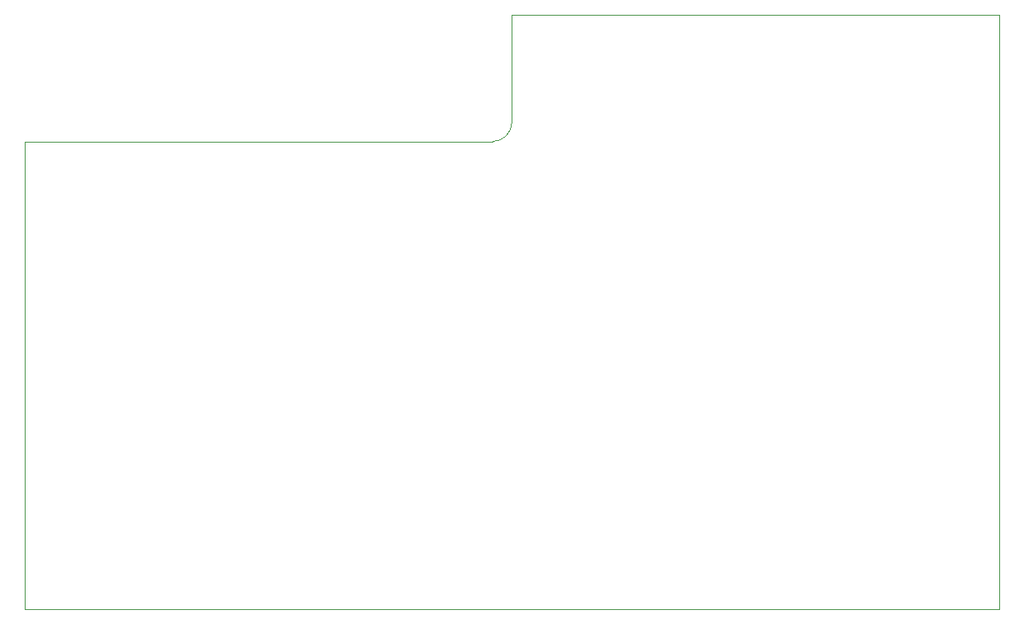
<source format=gm1>
%TF.GenerationSoftware,KiCad,Pcbnew,9.0.1*%
%TF.CreationDate,2025-08-07T18:15:34+02:00*%
%TF.ProjectId,Hauptmodul,48617570-746d-46f6-9475-6c2e6b696361,rev?*%
%TF.SameCoordinates,Original*%
%TF.FileFunction,Profile,NP*%
%FSLAX46Y46*%
G04 Gerber Fmt 4.6, Leading zero omitted, Abs format (unit mm)*
G04 Created by KiCad (PCBNEW 9.0.1) date 2025-08-07 18:15:34*
%MOMM*%
%LPD*%
G01*
G04 APERTURE LIST*
%TA.AperFunction,Profile*%
%ADD10C,0.050000*%
%TD*%
G04 APERTURE END LIST*
D10*
X150000000Y-55000000D02*
G75*
G02*
X148000000Y-57000000I-2000000J0D01*
G01*
X100000000Y-105000000D02*
X200000000Y-105000000D01*
X100000000Y-105000000D02*
X100000000Y-57000000D01*
X150000000Y-55000000D02*
X150000000Y-44000000D01*
X100000000Y-57000000D02*
X148000000Y-57000000D01*
X200000000Y-105000000D02*
X200000000Y-44000000D01*
X200000000Y-44000000D02*
X150000000Y-44000000D01*
M02*

</source>
